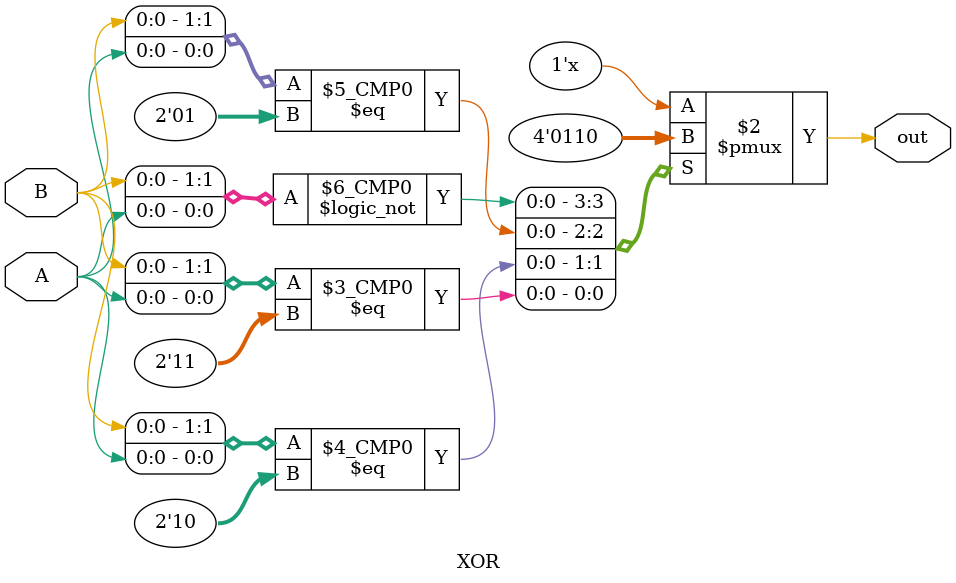
<source format=v>


module XOR(output out,input A,B);
always@(B,A)
 begin
  case({B,A})
   2'b00: {out} = 1'b0;
   2'b01: {out} = 1'b1;
   2'b10: {out} = 1'b1;
   2'b11: {out} = 1'b0;
  endcase
 end
endmodule


</source>
